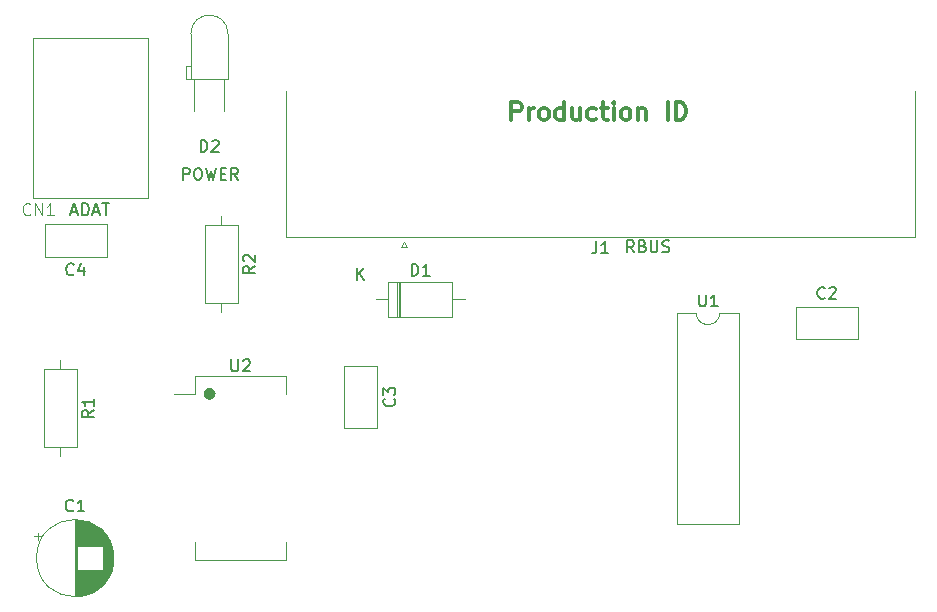
<source format=gbr>
%TF.GenerationSoftware,KiCad,Pcbnew,7.0.10*%
%TF.CreationDate,2024-02-17T01:46:53-05:00*%
%TF.ProjectId,rbus-adat,72627573-2d61-4646-9174-2e6b69636164,0*%
%TF.SameCoordinates,Original*%
%TF.FileFunction,Legend,Top*%
%TF.FilePolarity,Positive*%
%FSLAX46Y46*%
G04 Gerber Fmt 4.6, Leading zero omitted, Abs format (unit mm)*
G04 Created by KiCad (PCBNEW 7.0.10) date 2024-02-17 01:46:53*
%MOMM*%
%LPD*%
G01*
G04 APERTURE LIST*
%ADD10C,1.000000*%
%ADD11C,0.150000*%
%ADD12C,0.300000*%
%ADD13C,0.100000*%
%ADD14C,0.120000*%
G04 APERTURE END LIST*
D10*
X99000001Y-74999999D02*
G75*
G03*
X98999999Y-74999999I-1J0D01*
G01*
X98999999Y-74999999D02*
G75*
G03*
X99000001Y-74999999I1J0D01*
G01*
D11*
X87289160Y-59584104D02*
X87765350Y-59584104D01*
X87193922Y-59869819D02*
X87527255Y-58869819D01*
X87527255Y-58869819D02*
X87860588Y-59869819D01*
X88193922Y-59869819D02*
X88193922Y-58869819D01*
X88193922Y-58869819D02*
X88432017Y-58869819D01*
X88432017Y-58869819D02*
X88574874Y-58917438D01*
X88574874Y-58917438D02*
X88670112Y-59012676D01*
X88670112Y-59012676D02*
X88717731Y-59107914D01*
X88717731Y-59107914D02*
X88765350Y-59298390D01*
X88765350Y-59298390D02*
X88765350Y-59441247D01*
X88765350Y-59441247D02*
X88717731Y-59631723D01*
X88717731Y-59631723D02*
X88670112Y-59726961D01*
X88670112Y-59726961D02*
X88574874Y-59822200D01*
X88574874Y-59822200D02*
X88432017Y-59869819D01*
X88432017Y-59869819D02*
X88193922Y-59869819D01*
X89146303Y-59584104D02*
X89622493Y-59584104D01*
X89051065Y-59869819D02*
X89384398Y-58869819D01*
X89384398Y-58869819D02*
X89717731Y-59869819D01*
X89908208Y-58869819D02*
X90479636Y-58869819D01*
X90193922Y-59869819D02*
X90193922Y-58869819D01*
X134908207Y-63009819D02*
X134574874Y-62533628D01*
X134336779Y-63009819D02*
X134336779Y-62009819D01*
X134336779Y-62009819D02*
X134717731Y-62009819D01*
X134717731Y-62009819D02*
X134812969Y-62057438D01*
X134812969Y-62057438D02*
X134860588Y-62105057D01*
X134860588Y-62105057D02*
X134908207Y-62200295D01*
X134908207Y-62200295D02*
X134908207Y-62343152D01*
X134908207Y-62343152D02*
X134860588Y-62438390D01*
X134860588Y-62438390D02*
X134812969Y-62486009D01*
X134812969Y-62486009D02*
X134717731Y-62533628D01*
X134717731Y-62533628D02*
X134336779Y-62533628D01*
X135670112Y-62486009D02*
X135812969Y-62533628D01*
X135812969Y-62533628D02*
X135860588Y-62581247D01*
X135860588Y-62581247D02*
X135908207Y-62676485D01*
X135908207Y-62676485D02*
X135908207Y-62819342D01*
X135908207Y-62819342D02*
X135860588Y-62914580D01*
X135860588Y-62914580D02*
X135812969Y-62962200D01*
X135812969Y-62962200D02*
X135717731Y-63009819D01*
X135717731Y-63009819D02*
X135336779Y-63009819D01*
X135336779Y-63009819D02*
X135336779Y-62009819D01*
X135336779Y-62009819D02*
X135670112Y-62009819D01*
X135670112Y-62009819D02*
X135765350Y-62057438D01*
X135765350Y-62057438D02*
X135812969Y-62105057D01*
X135812969Y-62105057D02*
X135860588Y-62200295D01*
X135860588Y-62200295D02*
X135860588Y-62295533D01*
X135860588Y-62295533D02*
X135812969Y-62390771D01*
X135812969Y-62390771D02*
X135765350Y-62438390D01*
X135765350Y-62438390D02*
X135670112Y-62486009D01*
X135670112Y-62486009D02*
X135336779Y-62486009D01*
X136336779Y-62009819D02*
X136336779Y-62819342D01*
X136336779Y-62819342D02*
X136384398Y-62914580D01*
X136384398Y-62914580D02*
X136432017Y-62962200D01*
X136432017Y-62962200D02*
X136527255Y-63009819D01*
X136527255Y-63009819D02*
X136717731Y-63009819D01*
X136717731Y-63009819D02*
X136812969Y-62962200D01*
X136812969Y-62962200D02*
X136860588Y-62914580D01*
X136860588Y-62914580D02*
X136908207Y-62819342D01*
X136908207Y-62819342D02*
X136908207Y-62009819D01*
X137336779Y-62962200D02*
X137479636Y-63009819D01*
X137479636Y-63009819D02*
X137717731Y-63009819D01*
X137717731Y-63009819D02*
X137812969Y-62962200D01*
X137812969Y-62962200D02*
X137860588Y-62914580D01*
X137860588Y-62914580D02*
X137908207Y-62819342D01*
X137908207Y-62819342D02*
X137908207Y-62724104D01*
X137908207Y-62724104D02*
X137860588Y-62628866D01*
X137860588Y-62628866D02*
X137812969Y-62581247D01*
X137812969Y-62581247D02*
X137717731Y-62533628D01*
X137717731Y-62533628D02*
X137527255Y-62486009D01*
X137527255Y-62486009D02*
X137432017Y-62438390D01*
X137432017Y-62438390D02*
X137384398Y-62390771D01*
X137384398Y-62390771D02*
X137336779Y-62295533D01*
X137336779Y-62295533D02*
X137336779Y-62200295D01*
X137336779Y-62200295D02*
X137384398Y-62105057D01*
X137384398Y-62105057D02*
X137432017Y-62057438D01*
X137432017Y-62057438D02*
X137527255Y-62009819D01*
X137527255Y-62009819D02*
X137765350Y-62009819D01*
X137765350Y-62009819D02*
X137908207Y-62057438D01*
D12*
X124554510Y-51800828D02*
X124554510Y-50300828D01*
X124554510Y-50300828D02*
X125125939Y-50300828D01*
X125125939Y-50300828D02*
X125268796Y-50372257D01*
X125268796Y-50372257D02*
X125340225Y-50443685D01*
X125340225Y-50443685D02*
X125411653Y-50586542D01*
X125411653Y-50586542D02*
X125411653Y-50800828D01*
X125411653Y-50800828D02*
X125340225Y-50943685D01*
X125340225Y-50943685D02*
X125268796Y-51015114D01*
X125268796Y-51015114D02*
X125125939Y-51086542D01*
X125125939Y-51086542D02*
X124554510Y-51086542D01*
X126054510Y-51800828D02*
X126054510Y-50800828D01*
X126054510Y-51086542D02*
X126125939Y-50943685D01*
X126125939Y-50943685D02*
X126197368Y-50872257D01*
X126197368Y-50872257D02*
X126340225Y-50800828D01*
X126340225Y-50800828D02*
X126483082Y-50800828D01*
X127197367Y-51800828D02*
X127054510Y-51729400D01*
X127054510Y-51729400D02*
X126983081Y-51657971D01*
X126983081Y-51657971D02*
X126911653Y-51515114D01*
X126911653Y-51515114D02*
X126911653Y-51086542D01*
X126911653Y-51086542D02*
X126983081Y-50943685D01*
X126983081Y-50943685D02*
X127054510Y-50872257D01*
X127054510Y-50872257D02*
X127197367Y-50800828D01*
X127197367Y-50800828D02*
X127411653Y-50800828D01*
X127411653Y-50800828D02*
X127554510Y-50872257D01*
X127554510Y-50872257D02*
X127625939Y-50943685D01*
X127625939Y-50943685D02*
X127697367Y-51086542D01*
X127697367Y-51086542D02*
X127697367Y-51515114D01*
X127697367Y-51515114D02*
X127625939Y-51657971D01*
X127625939Y-51657971D02*
X127554510Y-51729400D01*
X127554510Y-51729400D02*
X127411653Y-51800828D01*
X127411653Y-51800828D02*
X127197367Y-51800828D01*
X128983082Y-51800828D02*
X128983082Y-50300828D01*
X128983082Y-51729400D02*
X128840224Y-51800828D01*
X128840224Y-51800828D02*
X128554510Y-51800828D01*
X128554510Y-51800828D02*
X128411653Y-51729400D01*
X128411653Y-51729400D02*
X128340224Y-51657971D01*
X128340224Y-51657971D02*
X128268796Y-51515114D01*
X128268796Y-51515114D02*
X128268796Y-51086542D01*
X128268796Y-51086542D02*
X128340224Y-50943685D01*
X128340224Y-50943685D02*
X128411653Y-50872257D01*
X128411653Y-50872257D02*
X128554510Y-50800828D01*
X128554510Y-50800828D02*
X128840224Y-50800828D01*
X128840224Y-50800828D02*
X128983082Y-50872257D01*
X130340225Y-50800828D02*
X130340225Y-51800828D01*
X129697367Y-50800828D02*
X129697367Y-51586542D01*
X129697367Y-51586542D02*
X129768796Y-51729400D01*
X129768796Y-51729400D02*
X129911653Y-51800828D01*
X129911653Y-51800828D02*
X130125939Y-51800828D01*
X130125939Y-51800828D02*
X130268796Y-51729400D01*
X130268796Y-51729400D02*
X130340225Y-51657971D01*
X131697368Y-51729400D02*
X131554510Y-51800828D01*
X131554510Y-51800828D02*
X131268796Y-51800828D01*
X131268796Y-51800828D02*
X131125939Y-51729400D01*
X131125939Y-51729400D02*
X131054510Y-51657971D01*
X131054510Y-51657971D02*
X130983082Y-51515114D01*
X130983082Y-51515114D02*
X130983082Y-51086542D01*
X130983082Y-51086542D02*
X131054510Y-50943685D01*
X131054510Y-50943685D02*
X131125939Y-50872257D01*
X131125939Y-50872257D02*
X131268796Y-50800828D01*
X131268796Y-50800828D02*
X131554510Y-50800828D01*
X131554510Y-50800828D02*
X131697368Y-50872257D01*
X132125939Y-50800828D02*
X132697367Y-50800828D01*
X132340224Y-50300828D02*
X132340224Y-51586542D01*
X132340224Y-51586542D02*
X132411653Y-51729400D01*
X132411653Y-51729400D02*
X132554510Y-51800828D01*
X132554510Y-51800828D02*
X132697367Y-51800828D01*
X133197367Y-51800828D02*
X133197367Y-50800828D01*
X133197367Y-50300828D02*
X133125939Y-50372257D01*
X133125939Y-50372257D02*
X133197367Y-50443685D01*
X133197367Y-50443685D02*
X133268796Y-50372257D01*
X133268796Y-50372257D02*
X133197367Y-50300828D01*
X133197367Y-50300828D02*
X133197367Y-50443685D01*
X134125939Y-51800828D02*
X133983082Y-51729400D01*
X133983082Y-51729400D02*
X133911653Y-51657971D01*
X133911653Y-51657971D02*
X133840225Y-51515114D01*
X133840225Y-51515114D02*
X133840225Y-51086542D01*
X133840225Y-51086542D02*
X133911653Y-50943685D01*
X133911653Y-50943685D02*
X133983082Y-50872257D01*
X133983082Y-50872257D02*
X134125939Y-50800828D01*
X134125939Y-50800828D02*
X134340225Y-50800828D01*
X134340225Y-50800828D02*
X134483082Y-50872257D01*
X134483082Y-50872257D02*
X134554511Y-50943685D01*
X134554511Y-50943685D02*
X134625939Y-51086542D01*
X134625939Y-51086542D02*
X134625939Y-51515114D01*
X134625939Y-51515114D02*
X134554511Y-51657971D01*
X134554511Y-51657971D02*
X134483082Y-51729400D01*
X134483082Y-51729400D02*
X134340225Y-51800828D01*
X134340225Y-51800828D02*
X134125939Y-51800828D01*
X135268796Y-50800828D02*
X135268796Y-51800828D01*
X135268796Y-50943685D02*
X135340225Y-50872257D01*
X135340225Y-50872257D02*
X135483082Y-50800828D01*
X135483082Y-50800828D02*
X135697368Y-50800828D01*
X135697368Y-50800828D02*
X135840225Y-50872257D01*
X135840225Y-50872257D02*
X135911654Y-51015114D01*
X135911654Y-51015114D02*
X135911654Y-51800828D01*
X137768796Y-51800828D02*
X137768796Y-50300828D01*
X138483082Y-51800828D02*
X138483082Y-50300828D01*
X138483082Y-50300828D02*
X138840225Y-50300828D01*
X138840225Y-50300828D02*
X139054511Y-50372257D01*
X139054511Y-50372257D02*
X139197368Y-50515114D01*
X139197368Y-50515114D02*
X139268797Y-50657971D01*
X139268797Y-50657971D02*
X139340225Y-50943685D01*
X139340225Y-50943685D02*
X139340225Y-51157971D01*
X139340225Y-51157971D02*
X139268797Y-51443685D01*
X139268797Y-51443685D02*
X139197368Y-51586542D01*
X139197368Y-51586542D02*
X139054511Y-51729400D01*
X139054511Y-51729400D02*
X138840225Y-51800828D01*
X138840225Y-51800828D02*
X138483082Y-51800828D01*
D11*
X96736779Y-56869819D02*
X96736779Y-55869819D01*
X96736779Y-55869819D02*
X97117731Y-55869819D01*
X97117731Y-55869819D02*
X97212969Y-55917438D01*
X97212969Y-55917438D02*
X97260588Y-55965057D01*
X97260588Y-55965057D02*
X97308207Y-56060295D01*
X97308207Y-56060295D02*
X97308207Y-56203152D01*
X97308207Y-56203152D02*
X97260588Y-56298390D01*
X97260588Y-56298390D02*
X97212969Y-56346009D01*
X97212969Y-56346009D02*
X97117731Y-56393628D01*
X97117731Y-56393628D02*
X96736779Y-56393628D01*
X97927255Y-55869819D02*
X98117731Y-55869819D01*
X98117731Y-55869819D02*
X98212969Y-55917438D01*
X98212969Y-55917438D02*
X98308207Y-56012676D01*
X98308207Y-56012676D02*
X98355826Y-56203152D01*
X98355826Y-56203152D02*
X98355826Y-56536485D01*
X98355826Y-56536485D02*
X98308207Y-56726961D01*
X98308207Y-56726961D02*
X98212969Y-56822200D01*
X98212969Y-56822200D02*
X98117731Y-56869819D01*
X98117731Y-56869819D02*
X97927255Y-56869819D01*
X97927255Y-56869819D02*
X97832017Y-56822200D01*
X97832017Y-56822200D02*
X97736779Y-56726961D01*
X97736779Y-56726961D02*
X97689160Y-56536485D01*
X97689160Y-56536485D02*
X97689160Y-56203152D01*
X97689160Y-56203152D02*
X97736779Y-56012676D01*
X97736779Y-56012676D02*
X97832017Y-55917438D01*
X97832017Y-55917438D02*
X97927255Y-55869819D01*
X98689160Y-55869819D02*
X98927255Y-56869819D01*
X98927255Y-56869819D02*
X99117731Y-56155533D01*
X99117731Y-56155533D02*
X99308207Y-56869819D01*
X99308207Y-56869819D02*
X99546303Y-55869819D01*
X99927255Y-56346009D02*
X100260588Y-56346009D01*
X100403445Y-56869819D02*
X99927255Y-56869819D01*
X99927255Y-56869819D02*
X99927255Y-55869819D01*
X99927255Y-55869819D02*
X100403445Y-55869819D01*
X101403445Y-56869819D02*
X101070112Y-56393628D01*
X100832017Y-56869819D02*
X100832017Y-55869819D01*
X100832017Y-55869819D02*
X101212969Y-55869819D01*
X101212969Y-55869819D02*
X101308207Y-55917438D01*
X101308207Y-55917438D02*
X101355826Y-55965057D01*
X101355826Y-55965057D02*
X101403445Y-56060295D01*
X101403445Y-56060295D02*
X101403445Y-56203152D01*
X101403445Y-56203152D02*
X101355826Y-56298390D01*
X101355826Y-56298390D02*
X101308207Y-56346009D01*
X101308207Y-56346009D02*
X101212969Y-56393628D01*
X101212969Y-56393628D02*
X100832017Y-56393628D01*
X98241905Y-54514819D02*
X98241905Y-53514819D01*
X98241905Y-53514819D02*
X98480000Y-53514819D01*
X98480000Y-53514819D02*
X98622857Y-53562438D01*
X98622857Y-53562438D02*
X98718095Y-53657676D01*
X98718095Y-53657676D02*
X98765714Y-53752914D01*
X98765714Y-53752914D02*
X98813333Y-53943390D01*
X98813333Y-53943390D02*
X98813333Y-54086247D01*
X98813333Y-54086247D02*
X98765714Y-54276723D01*
X98765714Y-54276723D02*
X98718095Y-54371961D01*
X98718095Y-54371961D02*
X98622857Y-54467200D01*
X98622857Y-54467200D02*
X98480000Y-54514819D01*
X98480000Y-54514819D02*
X98241905Y-54514819D01*
X99194286Y-53610057D02*
X99241905Y-53562438D01*
X99241905Y-53562438D02*
X99337143Y-53514819D01*
X99337143Y-53514819D02*
X99575238Y-53514819D01*
X99575238Y-53514819D02*
X99670476Y-53562438D01*
X99670476Y-53562438D02*
X99718095Y-53610057D01*
X99718095Y-53610057D02*
X99765714Y-53705295D01*
X99765714Y-53705295D02*
X99765714Y-53800533D01*
X99765714Y-53800533D02*
X99718095Y-53943390D01*
X99718095Y-53943390D02*
X99146667Y-54514819D01*
X99146667Y-54514819D02*
X99765714Y-54514819D01*
X114619580Y-75416666D02*
X114667200Y-75464285D01*
X114667200Y-75464285D02*
X114714819Y-75607142D01*
X114714819Y-75607142D02*
X114714819Y-75702380D01*
X114714819Y-75702380D02*
X114667200Y-75845237D01*
X114667200Y-75845237D02*
X114571961Y-75940475D01*
X114571961Y-75940475D02*
X114476723Y-75988094D01*
X114476723Y-75988094D02*
X114286247Y-76035713D01*
X114286247Y-76035713D02*
X114143390Y-76035713D01*
X114143390Y-76035713D02*
X113952914Y-75988094D01*
X113952914Y-75988094D02*
X113857676Y-75940475D01*
X113857676Y-75940475D02*
X113762438Y-75845237D01*
X113762438Y-75845237D02*
X113714819Y-75702380D01*
X113714819Y-75702380D02*
X113714819Y-75607142D01*
X113714819Y-75607142D02*
X113762438Y-75464285D01*
X113762438Y-75464285D02*
X113810057Y-75416666D01*
X113714819Y-75083332D02*
X113714819Y-74464285D01*
X113714819Y-74464285D02*
X114095771Y-74797618D01*
X114095771Y-74797618D02*
X114095771Y-74654761D01*
X114095771Y-74654761D02*
X114143390Y-74559523D01*
X114143390Y-74559523D02*
X114191009Y-74511904D01*
X114191009Y-74511904D02*
X114286247Y-74464285D01*
X114286247Y-74464285D02*
X114524342Y-74464285D01*
X114524342Y-74464285D02*
X114619580Y-74511904D01*
X114619580Y-74511904D02*
X114667200Y-74559523D01*
X114667200Y-74559523D02*
X114714819Y-74654761D01*
X114714819Y-74654761D02*
X114714819Y-74940475D01*
X114714819Y-74940475D02*
X114667200Y-75035713D01*
X114667200Y-75035713D02*
X114619580Y-75083332D01*
X102824819Y-64166666D02*
X102348628Y-64499999D01*
X102824819Y-64738094D02*
X101824819Y-64738094D01*
X101824819Y-64738094D02*
X101824819Y-64357142D01*
X101824819Y-64357142D02*
X101872438Y-64261904D01*
X101872438Y-64261904D02*
X101920057Y-64214285D01*
X101920057Y-64214285D02*
X102015295Y-64166666D01*
X102015295Y-64166666D02*
X102158152Y-64166666D01*
X102158152Y-64166666D02*
X102253390Y-64214285D01*
X102253390Y-64214285D02*
X102301009Y-64261904D01*
X102301009Y-64261904D02*
X102348628Y-64357142D01*
X102348628Y-64357142D02*
X102348628Y-64738094D01*
X101920057Y-63785713D02*
X101872438Y-63738094D01*
X101872438Y-63738094D02*
X101824819Y-63642856D01*
X101824819Y-63642856D02*
X101824819Y-63404761D01*
X101824819Y-63404761D02*
X101872438Y-63309523D01*
X101872438Y-63309523D02*
X101920057Y-63261904D01*
X101920057Y-63261904D02*
X102015295Y-63214285D01*
X102015295Y-63214285D02*
X102110533Y-63214285D01*
X102110533Y-63214285D02*
X102253390Y-63261904D01*
X102253390Y-63261904D02*
X102824819Y-63833332D01*
X102824819Y-63833332D02*
X102824819Y-63214285D01*
X100838095Y-72084819D02*
X100838095Y-72894342D01*
X100838095Y-72894342D02*
X100885714Y-72989580D01*
X100885714Y-72989580D02*
X100933333Y-73037200D01*
X100933333Y-73037200D02*
X101028571Y-73084819D01*
X101028571Y-73084819D02*
X101219047Y-73084819D01*
X101219047Y-73084819D02*
X101314285Y-73037200D01*
X101314285Y-73037200D02*
X101361904Y-72989580D01*
X101361904Y-72989580D02*
X101409523Y-72894342D01*
X101409523Y-72894342D02*
X101409523Y-72084819D01*
X101838095Y-72180057D02*
X101885714Y-72132438D01*
X101885714Y-72132438D02*
X101980952Y-72084819D01*
X101980952Y-72084819D02*
X102219047Y-72084819D01*
X102219047Y-72084819D02*
X102314285Y-72132438D01*
X102314285Y-72132438D02*
X102361904Y-72180057D01*
X102361904Y-72180057D02*
X102409523Y-72275295D01*
X102409523Y-72275295D02*
X102409523Y-72370533D01*
X102409523Y-72370533D02*
X102361904Y-72513390D01*
X102361904Y-72513390D02*
X101790476Y-73084819D01*
X101790476Y-73084819D02*
X102409523Y-73084819D01*
X89184819Y-76366666D02*
X88708628Y-76699999D01*
X89184819Y-76938094D02*
X88184819Y-76938094D01*
X88184819Y-76938094D02*
X88184819Y-76557142D01*
X88184819Y-76557142D02*
X88232438Y-76461904D01*
X88232438Y-76461904D02*
X88280057Y-76414285D01*
X88280057Y-76414285D02*
X88375295Y-76366666D01*
X88375295Y-76366666D02*
X88518152Y-76366666D01*
X88518152Y-76366666D02*
X88613390Y-76414285D01*
X88613390Y-76414285D02*
X88661009Y-76461904D01*
X88661009Y-76461904D02*
X88708628Y-76557142D01*
X88708628Y-76557142D02*
X88708628Y-76938094D01*
X89184819Y-75414285D02*
X89184819Y-75985713D01*
X89184819Y-75699999D02*
X88184819Y-75699999D01*
X88184819Y-75699999D02*
X88327676Y-75795237D01*
X88327676Y-75795237D02*
X88422914Y-75890475D01*
X88422914Y-75890475D02*
X88470533Y-75985713D01*
X131741666Y-62094819D02*
X131741666Y-62809104D01*
X131741666Y-62809104D02*
X131694047Y-62951961D01*
X131694047Y-62951961D02*
X131598809Y-63047200D01*
X131598809Y-63047200D02*
X131455952Y-63094819D01*
X131455952Y-63094819D02*
X131360714Y-63094819D01*
X132741666Y-63094819D02*
X132170238Y-63094819D01*
X132455952Y-63094819D02*
X132455952Y-62094819D01*
X132455952Y-62094819D02*
X132360714Y-62237676D01*
X132360714Y-62237676D02*
X132265476Y-62332914D01*
X132265476Y-62332914D02*
X132170238Y-62380533D01*
X140428095Y-66584819D02*
X140428095Y-67394342D01*
X140428095Y-67394342D02*
X140475714Y-67489580D01*
X140475714Y-67489580D02*
X140523333Y-67537200D01*
X140523333Y-67537200D02*
X140618571Y-67584819D01*
X140618571Y-67584819D02*
X140809047Y-67584819D01*
X140809047Y-67584819D02*
X140904285Y-67537200D01*
X140904285Y-67537200D02*
X140951904Y-67489580D01*
X140951904Y-67489580D02*
X140999523Y-67394342D01*
X140999523Y-67394342D02*
X140999523Y-66584819D01*
X141999523Y-67584819D02*
X141428095Y-67584819D01*
X141713809Y-67584819D02*
X141713809Y-66584819D01*
X141713809Y-66584819D02*
X141618571Y-66727676D01*
X141618571Y-66727676D02*
X141523333Y-66822914D01*
X141523333Y-66822914D02*
X141428095Y-66870533D01*
X87443333Y-84859580D02*
X87395714Y-84907200D01*
X87395714Y-84907200D02*
X87252857Y-84954819D01*
X87252857Y-84954819D02*
X87157619Y-84954819D01*
X87157619Y-84954819D02*
X87014762Y-84907200D01*
X87014762Y-84907200D02*
X86919524Y-84811961D01*
X86919524Y-84811961D02*
X86871905Y-84716723D01*
X86871905Y-84716723D02*
X86824286Y-84526247D01*
X86824286Y-84526247D02*
X86824286Y-84383390D01*
X86824286Y-84383390D02*
X86871905Y-84192914D01*
X86871905Y-84192914D02*
X86919524Y-84097676D01*
X86919524Y-84097676D02*
X87014762Y-84002438D01*
X87014762Y-84002438D02*
X87157619Y-83954819D01*
X87157619Y-83954819D02*
X87252857Y-83954819D01*
X87252857Y-83954819D02*
X87395714Y-84002438D01*
X87395714Y-84002438D02*
X87443333Y-84050057D01*
X88395714Y-84954819D02*
X87824286Y-84954819D01*
X88110000Y-84954819D02*
X88110000Y-83954819D01*
X88110000Y-83954819D02*
X88014762Y-84097676D01*
X88014762Y-84097676D02*
X87919524Y-84192914D01*
X87919524Y-84192914D02*
X87824286Y-84240533D01*
X87483333Y-64859580D02*
X87435714Y-64907200D01*
X87435714Y-64907200D02*
X87292857Y-64954819D01*
X87292857Y-64954819D02*
X87197619Y-64954819D01*
X87197619Y-64954819D02*
X87054762Y-64907200D01*
X87054762Y-64907200D02*
X86959524Y-64811961D01*
X86959524Y-64811961D02*
X86911905Y-64716723D01*
X86911905Y-64716723D02*
X86864286Y-64526247D01*
X86864286Y-64526247D02*
X86864286Y-64383390D01*
X86864286Y-64383390D02*
X86911905Y-64192914D01*
X86911905Y-64192914D02*
X86959524Y-64097676D01*
X86959524Y-64097676D02*
X87054762Y-64002438D01*
X87054762Y-64002438D02*
X87197619Y-63954819D01*
X87197619Y-63954819D02*
X87292857Y-63954819D01*
X87292857Y-63954819D02*
X87435714Y-64002438D01*
X87435714Y-64002438D02*
X87483333Y-64050057D01*
X88340476Y-64288152D02*
X88340476Y-64954819D01*
X88102381Y-63907200D02*
X87864286Y-64621485D01*
X87864286Y-64621485D02*
X88483333Y-64621485D01*
X116101905Y-64984819D02*
X116101905Y-63984819D01*
X116101905Y-63984819D02*
X116340000Y-63984819D01*
X116340000Y-63984819D02*
X116482857Y-64032438D01*
X116482857Y-64032438D02*
X116578095Y-64127676D01*
X116578095Y-64127676D02*
X116625714Y-64222914D01*
X116625714Y-64222914D02*
X116673333Y-64413390D01*
X116673333Y-64413390D02*
X116673333Y-64556247D01*
X116673333Y-64556247D02*
X116625714Y-64746723D01*
X116625714Y-64746723D02*
X116578095Y-64841961D01*
X116578095Y-64841961D02*
X116482857Y-64937200D01*
X116482857Y-64937200D02*
X116340000Y-64984819D01*
X116340000Y-64984819D02*
X116101905Y-64984819D01*
X117625714Y-64984819D02*
X117054286Y-64984819D01*
X117340000Y-64984819D02*
X117340000Y-63984819D01*
X117340000Y-63984819D02*
X117244762Y-64127676D01*
X117244762Y-64127676D02*
X117149524Y-64222914D01*
X117149524Y-64222914D02*
X117054286Y-64270533D01*
X111498095Y-65354819D02*
X111498095Y-64354819D01*
X112069523Y-65354819D02*
X111640952Y-64783390D01*
X112069523Y-64354819D02*
X111498095Y-64926247D01*
D13*
X83809523Y-59762180D02*
X83761904Y-59809800D01*
X83761904Y-59809800D02*
X83619047Y-59857419D01*
X83619047Y-59857419D02*
X83523809Y-59857419D01*
X83523809Y-59857419D02*
X83380952Y-59809800D01*
X83380952Y-59809800D02*
X83285714Y-59714561D01*
X83285714Y-59714561D02*
X83238095Y-59619323D01*
X83238095Y-59619323D02*
X83190476Y-59428847D01*
X83190476Y-59428847D02*
X83190476Y-59285990D01*
X83190476Y-59285990D02*
X83238095Y-59095514D01*
X83238095Y-59095514D02*
X83285714Y-59000276D01*
X83285714Y-59000276D02*
X83380952Y-58905038D01*
X83380952Y-58905038D02*
X83523809Y-58857419D01*
X83523809Y-58857419D02*
X83619047Y-58857419D01*
X83619047Y-58857419D02*
X83761904Y-58905038D01*
X83761904Y-58905038D02*
X83809523Y-58952657D01*
X84238095Y-59857419D02*
X84238095Y-58857419D01*
X84238095Y-58857419D02*
X84809523Y-59857419D01*
X84809523Y-59857419D02*
X84809523Y-58857419D01*
X85809523Y-59857419D02*
X85238095Y-59857419D01*
X85523809Y-59857419D02*
X85523809Y-58857419D01*
X85523809Y-58857419D02*
X85428571Y-59000276D01*
X85428571Y-59000276D02*
X85333333Y-59095514D01*
X85333333Y-59095514D02*
X85238095Y-59143133D01*
D11*
X151083333Y-66859580D02*
X151035714Y-66907200D01*
X151035714Y-66907200D02*
X150892857Y-66954819D01*
X150892857Y-66954819D02*
X150797619Y-66954819D01*
X150797619Y-66954819D02*
X150654762Y-66907200D01*
X150654762Y-66907200D02*
X150559524Y-66811961D01*
X150559524Y-66811961D02*
X150511905Y-66716723D01*
X150511905Y-66716723D02*
X150464286Y-66526247D01*
X150464286Y-66526247D02*
X150464286Y-66383390D01*
X150464286Y-66383390D02*
X150511905Y-66192914D01*
X150511905Y-66192914D02*
X150559524Y-66097676D01*
X150559524Y-66097676D02*
X150654762Y-66002438D01*
X150654762Y-66002438D02*
X150797619Y-65954819D01*
X150797619Y-65954819D02*
X150892857Y-65954819D01*
X150892857Y-65954819D02*
X151035714Y-66002438D01*
X151035714Y-66002438D02*
X151083333Y-66050057D01*
X151464286Y-66050057D02*
X151511905Y-66002438D01*
X151511905Y-66002438D02*
X151607143Y-65954819D01*
X151607143Y-65954819D02*
X151845238Y-65954819D01*
X151845238Y-65954819D02*
X151940476Y-66002438D01*
X151940476Y-66002438D02*
X151988095Y-66050057D01*
X151988095Y-66050057D02*
X152035714Y-66145295D01*
X152035714Y-66145295D02*
X152035714Y-66240533D01*
X152035714Y-66240533D02*
X151988095Y-66383390D01*
X151988095Y-66383390D02*
X151416667Y-66954819D01*
X151416667Y-66954819D02*
X152035714Y-66954819D01*
D14*
%TO.C,D2*%
X100540000Y-48350000D02*
X100540000Y-44490000D01*
X100540000Y-48350000D02*
X97420000Y-48350000D01*
X100250000Y-51020000D02*
X100250000Y-51020000D01*
X100250000Y-51020000D02*
X100250000Y-48350000D01*
X100250000Y-48350000D02*
X100250000Y-51020000D01*
X100250000Y-48350000D02*
X100250000Y-48350000D01*
X97710000Y-51020000D02*
X97710000Y-51020000D01*
X97710000Y-51020000D02*
X97710000Y-48350000D01*
X97710000Y-48350000D02*
X97710000Y-51020000D01*
X97710000Y-48350000D02*
X97710000Y-48350000D01*
X97420000Y-48350000D02*
X97420000Y-44490000D01*
X97420000Y-48350000D02*
X97020000Y-48350000D01*
X97420000Y-47230000D02*
X97420000Y-48350000D01*
X97020000Y-48350000D02*
X97020000Y-47230000D01*
X97020000Y-47230000D02*
X97420000Y-47230000D01*
X100540000Y-44490000D02*
G75*
G03*
X97420000Y-44490000I-1560000J0D01*
G01*
%TO.C,C3*%
X113130000Y-72630000D02*
X110390000Y-72630000D01*
X113130000Y-72630000D02*
X113130000Y-77870000D01*
X110390000Y-72630000D02*
X110390000Y-77870000D01*
X113130000Y-77870000D02*
X110390000Y-77870000D01*
%TO.C,R2*%
X100000000Y-59960000D02*
X100000000Y-60730000D01*
X101370000Y-60730000D02*
X98630000Y-60730000D01*
X98630000Y-60730000D02*
X98630000Y-67270000D01*
X101370000Y-67270000D02*
X101370000Y-60730000D01*
X98630000Y-67270000D02*
X101370000Y-67270000D01*
X100000000Y-68040000D02*
X100000000Y-67270000D01*
%TO.C,U2*%
X97745000Y-73467500D02*
X97745000Y-75005000D01*
X97745000Y-75005000D02*
X95975000Y-75005000D01*
X97745000Y-89092500D02*
X97745000Y-87555000D01*
X101600000Y-73467500D02*
X97745000Y-73467500D01*
X101600000Y-73467500D02*
X105455000Y-73467500D01*
X101600000Y-89092500D02*
X97745000Y-89092500D01*
X101600000Y-89092500D02*
X105455000Y-89092500D01*
X105455000Y-73467500D02*
X105455000Y-75005000D01*
X105455000Y-89092500D02*
X105455000Y-87555000D01*
%TO.C,R1*%
X86360000Y-72160000D02*
X86360000Y-72930000D01*
X87730000Y-72930000D02*
X84990000Y-72930000D01*
X84990000Y-72930000D02*
X84990000Y-79470000D01*
X87730000Y-79470000D02*
X87730000Y-72930000D01*
X84990000Y-79470000D02*
X87730000Y-79470000D01*
X86360000Y-80240000D02*
X86360000Y-79470000D01*
%TO.C,J1*%
X158685000Y-61700000D02*
X105465000Y-61700000D01*
X158685000Y-49360000D02*
X158685000Y-61700000D01*
X115705000Y-62594338D02*
X115205000Y-62594338D01*
X115455000Y-62161325D02*
X115705000Y-62594338D01*
X115205000Y-62594338D02*
X115455000Y-62161325D01*
X105465000Y-61700000D02*
X105465000Y-49360000D01*
%TO.C,U1*%
X138540000Y-68130000D02*
X138540000Y-86030000D01*
X138540000Y-86030000D02*
X143840000Y-86030000D01*
X140190000Y-68130000D02*
X138540000Y-68130000D01*
X143840000Y-68130000D02*
X142190000Y-68130000D01*
X143840000Y-86030000D02*
X143840000Y-68130000D01*
X140190000Y-68130000D02*
G75*
G03*
X142190000Y-68130000I1000000J0D01*
G01*
%TO.C,C1*%
X84109759Y-87061000D02*
X84739759Y-87061000D01*
X84424759Y-86746000D02*
X84424759Y-87376000D01*
X87610000Y-85670000D02*
X87610000Y-92130000D01*
X87650000Y-85670000D02*
X87650000Y-92130000D01*
X87690000Y-85670000D02*
X87690000Y-92130000D01*
X87730000Y-85672000D02*
X87730000Y-92128000D01*
X87770000Y-85673000D02*
X87770000Y-92127000D01*
X87810000Y-85676000D02*
X87810000Y-92124000D01*
X87850000Y-85678000D02*
X87850000Y-87860000D01*
X87850000Y-89940000D02*
X87850000Y-92122000D01*
X87890000Y-85682000D02*
X87890000Y-87860000D01*
X87890000Y-89940000D02*
X87890000Y-92118000D01*
X87930000Y-85685000D02*
X87930000Y-87860000D01*
X87930000Y-89940000D02*
X87930000Y-92115000D01*
X87970000Y-85689000D02*
X87970000Y-87860000D01*
X87970000Y-89940000D02*
X87970000Y-92111000D01*
X88010000Y-85694000D02*
X88010000Y-87860000D01*
X88010000Y-89940000D02*
X88010000Y-92106000D01*
X88050000Y-85699000D02*
X88050000Y-87860000D01*
X88050000Y-89940000D02*
X88050000Y-92101000D01*
X88090000Y-85705000D02*
X88090000Y-87860000D01*
X88090000Y-89940000D02*
X88090000Y-92095000D01*
X88130000Y-85711000D02*
X88130000Y-87860000D01*
X88130000Y-89940000D02*
X88130000Y-92089000D01*
X88170000Y-85718000D02*
X88170000Y-87860000D01*
X88170000Y-89940000D02*
X88170000Y-92082000D01*
X88210000Y-85725000D02*
X88210000Y-87860000D01*
X88210000Y-89940000D02*
X88210000Y-92075000D01*
X88250000Y-85733000D02*
X88250000Y-87860000D01*
X88250000Y-89940000D02*
X88250000Y-92067000D01*
X88290000Y-85741000D02*
X88290000Y-87860000D01*
X88290000Y-89940000D02*
X88290000Y-92059000D01*
X88331000Y-85750000D02*
X88331000Y-87860000D01*
X88331000Y-89940000D02*
X88331000Y-92050000D01*
X88371000Y-85759000D02*
X88371000Y-87860000D01*
X88371000Y-89940000D02*
X88371000Y-92041000D01*
X88411000Y-85769000D02*
X88411000Y-87860000D01*
X88411000Y-89940000D02*
X88411000Y-92031000D01*
X88451000Y-85779000D02*
X88451000Y-87860000D01*
X88451000Y-89940000D02*
X88451000Y-92021000D01*
X88491000Y-85790000D02*
X88491000Y-87860000D01*
X88491000Y-89940000D02*
X88491000Y-92010000D01*
X88531000Y-85802000D02*
X88531000Y-87860000D01*
X88531000Y-89940000D02*
X88531000Y-91998000D01*
X88571000Y-85814000D02*
X88571000Y-87860000D01*
X88571000Y-89940000D02*
X88571000Y-91986000D01*
X88611000Y-85826000D02*
X88611000Y-87860000D01*
X88611000Y-89940000D02*
X88611000Y-91974000D01*
X88651000Y-85839000D02*
X88651000Y-87860000D01*
X88651000Y-89940000D02*
X88651000Y-91961000D01*
X88691000Y-85853000D02*
X88691000Y-87860000D01*
X88691000Y-89940000D02*
X88691000Y-91947000D01*
X88731000Y-85867000D02*
X88731000Y-87860000D01*
X88731000Y-89940000D02*
X88731000Y-91933000D01*
X88771000Y-85882000D02*
X88771000Y-87860000D01*
X88771000Y-89940000D02*
X88771000Y-91918000D01*
X88811000Y-85898000D02*
X88811000Y-87860000D01*
X88811000Y-89940000D02*
X88811000Y-91902000D01*
X88851000Y-85914000D02*
X88851000Y-87860000D01*
X88851000Y-89940000D02*
X88851000Y-91886000D01*
X88891000Y-85930000D02*
X88891000Y-87860000D01*
X88891000Y-89940000D02*
X88891000Y-91870000D01*
X88931000Y-85948000D02*
X88931000Y-87860000D01*
X88931000Y-89940000D02*
X88931000Y-91852000D01*
X88971000Y-85966000D02*
X88971000Y-87860000D01*
X88971000Y-89940000D02*
X88971000Y-91834000D01*
X89011000Y-85984000D02*
X89011000Y-87860000D01*
X89011000Y-89940000D02*
X89011000Y-91816000D01*
X89051000Y-86004000D02*
X89051000Y-87860000D01*
X89051000Y-89940000D02*
X89051000Y-91796000D01*
X89091000Y-86024000D02*
X89091000Y-87860000D01*
X89091000Y-89940000D02*
X89091000Y-91776000D01*
X89131000Y-86044000D02*
X89131000Y-87860000D01*
X89131000Y-89940000D02*
X89131000Y-91756000D01*
X89171000Y-86066000D02*
X89171000Y-87860000D01*
X89171000Y-89940000D02*
X89171000Y-91734000D01*
X89211000Y-86088000D02*
X89211000Y-87860000D01*
X89211000Y-89940000D02*
X89211000Y-91712000D01*
X89251000Y-86110000D02*
X89251000Y-87860000D01*
X89251000Y-89940000D02*
X89251000Y-91690000D01*
X89291000Y-86134000D02*
X89291000Y-87860000D01*
X89291000Y-89940000D02*
X89291000Y-91666000D01*
X89331000Y-86158000D02*
X89331000Y-87860000D01*
X89331000Y-89940000D02*
X89331000Y-91642000D01*
X89371000Y-86184000D02*
X89371000Y-87860000D01*
X89371000Y-89940000D02*
X89371000Y-91616000D01*
X89411000Y-86210000D02*
X89411000Y-87860000D01*
X89411000Y-89940000D02*
X89411000Y-91590000D01*
X89451000Y-86236000D02*
X89451000Y-87860000D01*
X89451000Y-89940000D02*
X89451000Y-91564000D01*
X89491000Y-86264000D02*
X89491000Y-87860000D01*
X89491000Y-89940000D02*
X89491000Y-91536000D01*
X89531000Y-86293000D02*
X89531000Y-87860000D01*
X89531000Y-89940000D02*
X89531000Y-91507000D01*
X89571000Y-86322000D02*
X89571000Y-87860000D01*
X89571000Y-89940000D02*
X89571000Y-91478000D01*
X89611000Y-86352000D02*
X89611000Y-87860000D01*
X89611000Y-89940000D02*
X89611000Y-91448000D01*
X89651000Y-86384000D02*
X89651000Y-87860000D01*
X89651000Y-89940000D02*
X89651000Y-91416000D01*
X89691000Y-86416000D02*
X89691000Y-87860000D01*
X89691000Y-89940000D02*
X89691000Y-91384000D01*
X89731000Y-86450000D02*
X89731000Y-87860000D01*
X89731000Y-89940000D02*
X89731000Y-91350000D01*
X89771000Y-86484000D02*
X89771000Y-87860000D01*
X89771000Y-89940000D02*
X89771000Y-91316000D01*
X89811000Y-86520000D02*
X89811000Y-87860000D01*
X89811000Y-89940000D02*
X89811000Y-91280000D01*
X89851000Y-86557000D02*
X89851000Y-87860000D01*
X89851000Y-89940000D02*
X89851000Y-91243000D01*
X89891000Y-86595000D02*
X89891000Y-87860000D01*
X89891000Y-89940000D02*
X89891000Y-91205000D01*
X89931000Y-86635000D02*
X89931000Y-91165000D01*
X89971000Y-86676000D02*
X89971000Y-91124000D01*
X90011000Y-86718000D02*
X90011000Y-91082000D01*
X90051000Y-86763000D02*
X90051000Y-91037000D01*
X90091000Y-86808000D02*
X90091000Y-90992000D01*
X90131000Y-86856000D02*
X90131000Y-90944000D01*
X90171000Y-86905000D02*
X90171000Y-90895000D01*
X90211000Y-86956000D02*
X90211000Y-90844000D01*
X90251000Y-87010000D02*
X90251000Y-90790000D01*
X90291000Y-87066000D02*
X90291000Y-90734000D01*
X90331000Y-87124000D02*
X90331000Y-90676000D01*
X90371000Y-87186000D02*
X90371000Y-90614000D01*
X90411000Y-87250000D02*
X90411000Y-90550000D01*
X90451000Y-87319000D02*
X90451000Y-90481000D01*
X90491000Y-87391000D02*
X90491000Y-90409000D01*
X90531000Y-87468000D02*
X90531000Y-90332000D01*
X90571000Y-87550000D02*
X90571000Y-90250000D01*
X90611000Y-87638000D02*
X90611000Y-90162000D01*
X90651000Y-87735000D02*
X90651000Y-90065000D01*
X90691000Y-87841000D02*
X90691000Y-89959000D01*
X90731000Y-87960000D02*
X90731000Y-89840000D01*
X90771000Y-88098000D02*
X90771000Y-89702000D01*
X90811000Y-88267000D02*
X90811000Y-89533000D01*
X90851000Y-88498000D02*
X90851000Y-89302000D01*
X90880000Y-88900000D02*
G75*
G03*
X84340000Y-88900000I-3270000J0D01*
G01*
X84340000Y-88900000D02*
G75*
G03*
X90880000Y-88900000I3270000J0D01*
G01*
%TO.C,C4*%
X90270000Y-63370000D02*
X90270000Y-60630000D01*
X90270000Y-63370000D02*
X85030000Y-63370000D01*
X90270000Y-60630000D02*
X85030000Y-60630000D01*
X85030000Y-63370000D02*
X85030000Y-60630000D01*
%TO.C,D1*%
X113100000Y-67000000D02*
X114120000Y-67000000D01*
X114120000Y-65530000D02*
X114120000Y-68470000D01*
X114120000Y-68470000D02*
X119560000Y-68470000D01*
X114900000Y-65530000D02*
X114900000Y-68470000D01*
X115020000Y-65530000D02*
X115020000Y-68470000D01*
X115140000Y-65530000D02*
X115140000Y-68470000D01*
X119560000Y-65530000D02*
X114120000Y-65530000D01*
X119560000Y-68470000D02*
X119560000Y-65530000D01*
X120580000Y-67000000D02*
X119560000Y-67000000D01*
D13*
%TO.C,CN1*%
X84070000Y-58400000D02*
X93770000Y-58400000D01*
X93770000Y-58400000D02*
X93770000Y-44900000D01*
X93770000Y-44900000D02*
X84070000Y-44900000D01*
X84070000Y-44900000D02*
X84070000Y-58400000D01*
D14*
%TO.C,C2*%
X148630000Y-67630000D02*
X148630000Y-70370000D01*
X148630000Y-67630000D02*
X153870000Y-67630000D01*
X148630000Y-70370000D02*
X153870000Y-70370000D01*
X153870000Y-67630000D02*
X153870000Y-70370000D01*
%TD*%
M02*

</source>
